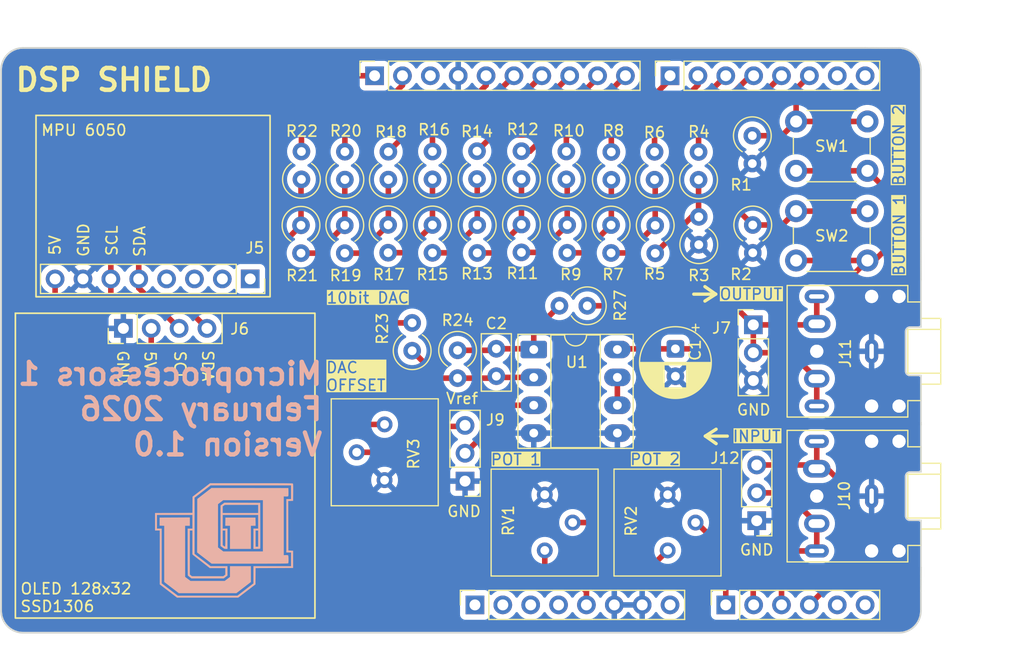
<source format=kicad_pcb>
(kicad_pcb (version 20241229) (generator "pcbnew") (generator_version "9.0")
  (title_block (date "mar. 31 mars 2015"))
  (layers (0 "F.Cu" signal) (2 "B.Cu" power) (13 "F.Paste" user) (15 "B.Paste" user) (5 "F.SilkS" user "F.Silkscreen") (7 "B.SilkS" user "B.Silkscreen") (1 "F.Mask" user) (3 "B.Mask" user) (25 "Edge.Cuts" user))
  (net 0 "")
  (net 1 "GND")
  (net 3 "+5V")
  (net 4 "/IOREF")
  (net 5 "/A0")
  (net 6 "/A1")
  (net 7 "/SDA{slash}A4")
  (net 8 "/SCL{slash}A5")
  (net 9 "/AREF")
  (net 10 "/TX{slash}1")
  (net 11 "/RX{slash}0")
  (net 12 "+3V3")
  (net 13 "VCC")
  (net 14 "/~{RESET}")
  (net 15 "/SCL")
  (net 16 "/SDA")
  (net 21 "/BT1")
  (net 22 "/BT2")
  (net 23 "Net-(C2-Pad2)")
  (net 24 "Net-(U1A--)")
  (net 25 "/D7")
  (net 26 "/D8")
  (net 27 "/D9")
  (net 28 "/D6")
  (net 29 "/D4")
  (net 30 "/D5")
  (net 31 "/IN_RIGHT")
  (net 32 "/IN_LEFT")
  (net 33 "/D3")
  (net 34 "/D2")
  (net 35 "/D0")
  (net 36 "/D1")
  (net 37 "/AUDIO_OUT")
  (net 38 "Net-(J9-Pin_3)")
  (net 39 "Net-(J9-Pin_2)")
  (net 40 "Net-(R3-Pad2)")
  (net 41 "Net-(R5-Pad1)")
  (net 42 "Net-(R7-Pad1)")
  (net 43 "Net-(R10-Pad1)")
  (net 44 "Net-(R11-Pad1)")
  (net 45 "Net-(R13-Pad1)")
  (net 46 "Net-(R15-Pad1)")
  (net 47 "Net-(R17-Pad1)")
  (net 48 "Net-(R19-Pad1)")
  (net 49 "Net-(R21-Pad1)")
  (net 50 "Net-(U1B--)")
  (footprint "Connector_PinSocket_2.54mm:PinSocket_1x08_P2.54mm_Vertical" (layer "F.Cu") (at 127.94 97.46 90)
    (property "Reference" "J1" (hide yes))
    (property "Value" "Power")
  )
  (footprint "Connector_PinSocket_2.54mm:PinSocket_1x06_P2.54mm_Vertical" (layer "F.Cu") (at 150.8 97.46 90)
    (property "Reference" "J3" (hide yes))
    (property "Value" "Analog")
  )
  (footprint "Connector_PinSocket_2.54mm:PinSocket_1x10_P2.54mm_Vertical" (layer "F.Cu") (at 118.796 49.2 90)
    (property "Reference" "J2" (hide yes))
    (property "Value" "Digital/PWM")
  )
  (footprint "Connector_PinSocket_2.54mm:PinSocket_1x08_P2.54mm_Vertical" (layer "F.Cu") (at 145.72 49.2 90)
    (property "Reference" "J4" (hide yes))
    (property "Value" "Digital/PWM")
  )
  (footprint "Resistor_THT:R_Axial_DIN0309_L9.0mm_D3.2mm_P2.54mm_Vertical" (layer "F.Cu") (at 136.35 62.81 -90)
    (property "Reference" "R9")
    (property "Value" "10k")
  )
  (footprint "Resistor_THT:R_Axial_DIN0309_L9.0mm_D3.2mm_P2.54mm_Vertical" (layer "F.Cu") (at 128.15 62.82 -90)
    (property "Reference" "R13")
    (property "Value" "10k")
  )
  (footprint "Resistor_THT:R_Axial_DIN0309_L9.0mm_D3.2mm_P2.54mm_Vertical" (layer "F.Cu") (at 128.13 58.62 90)
    (property "Reference" "R14")
    (property "Value" "20k")
  )
  (footprint "Resistor_THT:R_Axial_DIN0309_L9.0mm_D3.2mm_P2.54mm_Vertical" (layer "F.Cu") (at 120.05 58.67 90)
    (property "Reference" "R18")
    (property "Value" "20k")
  )
  (footprint "Resistor_THT:R_Axial_DIN0309_L9.0mm_D3.2mm_P2.54mm_Vertical" (layer "F.Cu") (at 148.32 58.69 90)
    (property "Reference" "R4")
    (property "Value" "20k")
  )
  (footprint "Resistor_THT:R_Axial_DIN0309_L9.0mm_D3.2mm_P2.54mm_Vertical" (layer "F.Cu") (at 124.07 62.81 -90)
    (property "Reference" "R15")
    (property "Value" "10k")
  )
  (footprint "Resistor_THT:R_Axial_DIN0309_L9.0mm_D3.2mm_P2.54mm_Vertical" (layer "F.Cu") (at 116.08 62.84 -90)
    (property "Reference" "R19")
    (property "Value" "10k")
  )
  (footprint "Capacitor_THT:C_Disc_D5.0mm_W2.5mm_P2.50mm" (layer "F.Cu") (at 129.89 76.6 90)
    (property "Reference" "C2")
    (property "Value" "100pF")
  )
  (footprint "Resistor_THT:R_Axial_DIN0309_L9.0mm_D3.2mm_P2.54mm_Vertical" (layer "F.Cu") (at 140.35 62.82 -90)
    (property "Reference" "R7")
    (property "Value" "10k")
  )
  (footprint "Resistor_THT:R_Axial_DIN0309_L9.0mm_D3.2mm_P2.54mm_Vertical" (layer "F.Cu") (at 112.09 62.84 -90)
    (property "Reference" "R21")
    (property "Value" "10k")
  )
  (footprint "Button_Switch_THT:SW_PUSH_6mm" (layer "F.Cu") (at 163.71 66.05 180)
    (property "Reference" "SW2")
    (property "Value" "BT_2")
  )
  (footprint "Resistor_THT:R_Axial_DIN0309_L9.0mm_D3.2mm_P2.54mm_Vertical" (layer "F.Cu") (at 116.09 58.67 90)
    (property "Reference" "R20")
    (property "Value" "20k")
  )
  (footprint "Resistor_THT:R_Axial_DIN0309_L9.0mm_D3.2mm_P2.54mm_Vertical" (layer "F.Cu") (at 144.31 58.68 90)
    (property "Reference" "R6")
    (property "Value" "20k")
  )
  (footprint "Connector_PinHeader_2.54mm:PinHeader_1x03_P2.54mm_Vertical" (layer "F.Cu") (at 153.31 71.92)
    (property "Reference" "J7")
    (property "Value" "AUDIO_OUT")
  )
  (footprint "Resistor_THT:R_Axial_DIN0309_L9.0mm_D3.2mm_P2.54mm_Vertical" (layer "F.Cu") (at 136.27 58.65 90)
    (property "Reference" "R10")
    (property "Value" "20k")
  )
  (footprint "Connector_PinSocket_2.54mm:PinSocket_1x08_P2.54mm_Vertical" (layer "F.Cu") (at 107.46 67.73 -90)
    (property "Reference" "J5")
    (property "Value" "IMU_CONN")
  )
  (footprint "Connector_Audio:Jack_3.5mm_CUI_SJ1-3525N_Horizontal" (layer "F.Cu") (at 164.09 74.33 90)
    (property "Reference" "J11")
    (property "Value" "AudioJack5")
    (fp_line (start 1.8 3.1) (end -1.8 3.1) (stroke (width 0.12)) (layer "Edge.Cuts"))
    (fp_line (start 2.2 3.5) (end 2.2 4.5) (stroke (width 0.12)) (layer "Edge.Cuts"))
    (fp_line (start -2.2 3.5) (end -2.2 4.5) (stroke (width 0.12)) (layer "Edge.Cuts"))
    (fp_line (start 2.2 4.5) (end 6.5 4.5) (stroke (width 0.12)) (layer "Edge.Cuts"))
    (fp_line (start -2.2 4.5) (end -6.5 4.5) (stroke (width 0.12)) (layer "Edge.Cuts"))
    (fp_arc (start 1.8 3.1) (mid 2.082843 3.217157) (end 2.2 3.5) (stroke (width 0.12)) (layer "Edge.Cuts"))
    (fp_arc (start -2.2 3.5) (mid -2.082842 3.217158) (end -1.8 3.1) (stroke (width 0.12)) (layer "Edge.Cuts"))
  )
  (footprint "Resistor_THT:R_Axial_DIN0309_L9.0mm_D3.2mm_P2.54mm_Vertical" (layer "F.Cu") (at 144.37 62.85 -90)
    (property "Reference" "R5")
    (property "Value" "10k")
  )
  (footprint "Capacitor_THT:CP_Radial_D6.3mm_P2.50mm" (layer "F.Cu") (at 146.21 74.10762 -90)
    (property "Reference" "C1")
    (property "Value" "47uF")
  )
  (footprint "Resistor_THT:R_Axial_DIN0309_L9.0mm_D3.2mm_P2.54mm_Vertical" (layer "F.Cu") (at 126.36 74.24 -90)
    (property "Reference" "R24")
    (property "Value" "20k")
  )
  (footprint "Resistor_THT:R_Axial_DIN0309_L9.0mm_D3.2mm_P2.54mm_Vertical" (layer "F.Cu") (at 132.18 58.62 90)
    (property "Reference" "R12")
    (property "Value" "20k")
  )
  (footprint "Button_Switch_THT:SW_PUSH_6mm" (layer "F.Cu") (at 163.71 57.87 180)
    (property "Reference" "SW1")
    (property "Value" "BT_1")
  )
  (footprint "Resistor_THT:R_Axial_DIN0309_L9.0mm_D3.2mm_P2.54mm_Vertical" (layer "F.Cu") (at 132.18 62.77 -90)
    (property "Reference" "R11")
    (property "Value" "10k")
  )
  (footprint "Resistor_THT:R_Axial_DIN0309_L9.0mm_D3.2mm_P2.54mm_Vertical" (layer "F.Cu") (at 112.13 58.65 90)
    (property "Reference" "R22")
    (property "Value" "20k")
  )
  (footprint "Connector_PinHeader_2.54mm:PinHeader_1x03_P2.54mm_Vertical" (layer "F.Cu") (at 153.62 89.78 180)
    (property "Reference" "J12")
    (property "Value" "AUDIO_IN")
  )
  (footprint "Resistor_THT:R_Axial_DIN0309_L9.0mm_D3.2mm_P2.54mm_Vertical" (layer "F.Cu") (at 153.22 54.67 -90)
    (property "Reference" "R1")
    (property "Value" "100k")
  )
  (footprint "Resistor_THT:R_Axial_DIN0309_L9.0mm_D3.2mm_P2.54mm_Vertical" (layer "F.Cu") (at 138.18 70.18 180)
    (property "Reference" "R27")
    (property "Value" "100")
  )
  (footprint "Resistor_THT:R_Axial_DIN0309_L9.0mm_D3.2mm_P2.54mm_Vertical" (layer "F.Cu") (at 120.03 62.8 -90)
    (property "Reference" "R17")
    (property "Value" "10k")
  )
  (footprint "Resistor_THT:R_Axial_DIN0309_L9.0mm_D3.2mm_P2.54mm_Vertical" (layer "F.Cu") (at 124.07 58.65 90)
    (property "Reference" "R16")
    (property "Value" "20k")
  )
  (footprint "Potentiometer_THT:Potentiometer_Bourns_3386P_Vertical" (layer "F.Cu") (at 134.305 92.49)
    (property "Reference" "RV1")
    (property "Value" "100k")
  )
  (footprint "Resistor_THT:R_Axial_DIN0309_L9.0mm_D3.2mm_P2.54mm_Vertical" (layer "F.Cu") (at 153.26 62.81 -90)
    (property "Reference" "R2")
    (property "Value" "100k")
  )
  (footprint "Package_DIP:DIP-8_W7.62mm_Socket_LongPads" (layer "F.Cu") (at 133.3 74.17)
    (property "Reference" "U1")
    (property "Value" "MCP6002-xP")
  )
  (footprint "Connector_PinHeader_2.54mm:PinHeader_1x03_P2.54mm_Vertical" (layer "F.Cu") (at 127.04 86.17 180)
    (property "Reference" "J9")
    (property "Value" "JUMPER")
  )
  (footprint "Resistor_THT:R_Axial_DIN0309_L9.0mm_D3.2mm_P2.54mm_Vertical" (layer "F.Cu") (at 148.34 64.61 90)
    (property "Reference" "R3")
    (property "Value" "20k")
  )
  (footprint "Connector_Audio:Jack_3.5mm_CUI_SJ1-3525N_Horizontal" (layer "F.Cu") (at 164.09 87.54 90)
    (property "Reference" "J10")
    (property "Value" "AudioJack5")
    (fp_line (start 1.8 3.1) (end -1.8 3.1) (stroke (width 0.12)) (layer "Edge.Cuts"))
    (fp_line (start 2.2 3.5) (end 2.2 4.5) (stroke (width 0.12)) (layer "Edge.Cuts"))
    (fp_line (start -2.2 3.5) (end -2.2 4.5) (stroke (width 0.12)) (layer "Edge.Cuts"))
    (fp_line (start 2.2 4.5) (end 6.5 4.5) (stroke (width 0.12)) (layer "Edge.Cuts"))
    (fp_line (start -2.2 4.5) (end -6.5 4.5) (stroke (width 0.12)) (layer "Edge.Cuts"))
    (fp_arc (start 1.8 3.1) (mid 2.082843 3.217157) (end 2.2 3.5) (stroke (width 0.12)) (layer "Edge.Cuts"))
    (fp_arc (start -2.2 3.5) (mid -2.082842 3.217158) (end -1.8 3.1) (stroke (width 0.12)) (layer "Edge.Cuts"))
  )
  (footprint "Potentiometer_THT:Potentiometer_Bourns_3386P_Vertical" (layer "F.Cu") (at 119.705 81 180)
    (property "Reference" "RV3")
    (property "Value" "100k")
  )
  (footprint "Potentiometer_THT:Potentiometer_Bourns_3386P_Vertical" (layer "F.Cu") (at 145.505 92.49)
    (property "Reference" "RV2")
    (property "Value" "100k")
  )
  (footprint "Resistor_THT:R_Axial_DIN0309_L9.0mm_D3.2mm_P2.54mm_Vertical" (layer "F.Cu") (at 140.37 58.69 90)
    (property "Reference" "R8")
    (property "Value" "20k")
  )
  (footprint "Connector_PinHeader_2.54mm:PinHeader_1x04_P2.54mm_Vertical" (layer "F.Cu") (at 95.9 72.24 90)
    (property "Reference" "J6")
    (property "Value" "SCREEN_CONN")
  )
  (footprint "Resistor_THT:R_Axial_DIN0309_L9.0mm_D3.2mm_P2.54mm_Vertical" (layer "F.Cu") (at 122.22 74.28 90)
    (property "Reference" "R23")
    (property "Value" "20k")
  )
  (footprint "LOGO" (layer "B.Cu") (at 105.09 91.62 180)
    (property "Reference" "G***" (hide yes))
    (property "Value" "LOGO" (hide yes))
  )
  (gr_line (start 148.938509 82.065) (end 149.921491 82.753292) (stroke (width 0.3)) (layer "F.SilkS"))
  (gr_rect (start 86.06 70.86) (end 113.36 98.66) (stroke (width 0.15)) (fill no) (layer "F.SilkS"))
  (gr_line (start 149.881491 69.12) (end 148.898509 68.431708) (stroke (width 0.3)) (layer "F.SilkS"))
  (gr_line (start 147.881491 69.12) (end 149.881491 69.12) (stroke (width 0.3)) (layer "F.SilkS"))
  (gr_line (start 149.921491 81.435) (end 148.938509 82.065) (stroke (width 0.3)) (layer "F.SilkS"))
  (gr_line (start 150.938509 82.065) (end 148.938509 82.065) (stroke (width 0.3)) (layer "F.SilkS"))
  (gr_line (start 148.898509 69.75) (end 149.881491 69.12) (stroke (width 0.3)) (layer "F.SilkS"))
  (gr_rect (start 87.94 52.82) (end 109.27 69.36) (stroke (width 0.15)) (fill no) (layer "F.SilkS"))
  (gr_line (start 100.762 46.66) (end 86.762 46.66) (stroke (width 0.15)) (layer "Edge.Cuts"))
  (gr_arc (start 84.762 48.66) (mid 85.347786 47.245786) (end 86.762 46.66) (stroke (width 0.15)) (layer "Edge.Cuts"))
  (gr_line (start 163.5 46.66) (end 166.58 46.67) (stroke (width 0.15)) (layer "Edge.Cuts"))
  (gr_line (start 168.58 96.19) (end 168.59 94.04) (stroke (width 0.15)) (layer "Edge.Cuts"))
  (gr_arc (start 166.58 46.67) (mid 167.994214 47.255786) (end 168.58 48.67) (stroke (width 0.15)) (layer "Edge.Cuts"))
  (gr_line (start 165.278 100) (end 100.762 100) (stroke (width 0.15)) (layer "Edge.Cuts"))
  (gr_arc (start 86.762 100) (mid 85.347786 99.414214) (end 84.762 98) (stroke (width 0.15)) (layer "Edge.Cuts"))
  (gr_line (start 165.278 100) (end 166.58 100) (stroke (width 0.15)) (layer "Edge.Cuts"))
  (gr_line (start 100.762 46.66) (end 163.5 46.66) (stroke (width 0.15)) (layer "Edge.Cuts"))
  (gr_line (start 168.58 96.19) (end 168.58 98) (stroke (width 0.15)) (layer "Edge.Cuts"))
  (gr_line (start 168.58 61.9) (end 168.58 48.67) (stroke (width 0.15)) (layer "Edge.Cuts"))
  (gr_arc (start 168.58 98) (mid 167.994214 99.414214) (end 166.58 100) (stroke (width 0.15)) (layer "Edge.Cuts"))
  (gr_line (start 168.59 67.83) (end 168.58 61.9) (stroke (width 0.15)) (layer "Edge.Cuts"))
  (gr_line (start 100.762 100) (end 86.762 100) (stroke (width 0.15)) (layer "Edge.Cuts"))
  (gr_line (start 168.59 80.83) (end 168.59 81.04) (stroke (width 0.15)) (layer "Edge.Cuts"))
  (gr_line (start 84.762 98) (end 84.762 48.66) (stroke (width 0.15)) (layer "Edge.Cuts"))
  (gr_text "MPU 6050" (at 88.33 54.75 0) (layer "F.SilkS") (effects (font (size 1 1)) (justify left bottom)))
  (gr_text "SDA" (at 103.59 75.66 270) (layer "F.SilkS") (effects (font (size 1 1))))
  (gr_text "DSP SHIELD" (at 85.87 50.75 0) (layer "F.SilkS") (effects (font (size 2 2) (thickness 0.4) (bold yes)) (justify left bottom)))
  (gr_text "10bit DAC" (at 118.18 69.46 0) (layer "F.SilkS" knockout) (effects (font (size 1 1))))
  (gr_text "GND" (at 153.35 79.67 0) (layer "F.SilkS") (effects (font (size 1 1))))
  (gr_text "GND" (at 92.27 64.18 90) (layer "F.SilkS") (effects (font (size 1 1))))
  (gr_text "GND" (at 95.85 75.79 270) (layer "F.SilkS") (effects (font (size 1 1))))
  (gr_text "INPUT" (at 153.62 82.08 0) (layer "F.SilkS" knockout) (effects (font (size 1 1))))
  (gr_text "POT 1" (at 131.66 84.21 0) (layer "F.SilkS" knockout) (effects (font (size 1 1))))
  (gr_text "GND" (at 153.62 92.44 0) (layer "F.SilkS") (effects (font (size 1 1))))
  (gr_text "5V" (at 98.34 75.23 270) (layer "F.SilkS") (effects (font (size 1 1))))
  (gr_text "Vref" (at 126.77 78.63 0) (layer "F.SilkS") (effects (font (size 1 1))))
  (gr_text "5V" (at 89.67 64.65 90) (layer "F.SilkS") (effects (font (size 1 1))))
  (gr_text "OLED 128x32\nSSD1306" (at 86.44 98.18 0) (layer "F.SilkS") (effects (font (size 1 1)) (justify left bottom)))
  (gr_text "SCL" (at 101.06 75.68 270) (layer "F.SilkS") (effects (font (size 1 1))))
  (gr_text "OUTPUT" (at 153.09 69.13 0) (layer "F.SilkS" knockout) (effects (font (size 1 1))))
  (gr_text "SDA" (at 97.39 64.31 90) (layer "F.SilkS") (effects (font (size 1 1))))
  (gr_text "DAC\nOFFSET" (at 114.3 76.62 0) (layer "F.SilkS" knockout) (effects (font (size 1 1)) (justify left)))
  (gr_text "BUTTON 1" (at 166.6 63.76 90) (layer "F.SilkS" knockout) (effects (font (size 1 1))))
  (gr_text "BUTTON 2" (at 166.56 55.54 90) (layer "F.SilkS" knockout) (effects (font (size 1 1))))
  (gr_text "POT 2" (at 144.36 84.19 0) (layer "F.SilkS" knockout) (effects (font (size 1 1))))
  (gr_text "GND" (at 126.95 88.93 0) (layer "F.SilkS") (effects (font (size 1 1))))
  (gr_text "SCL" (at 94.86 64.24 90) (layer "F.SilkS") (effects (font (size 1 1))))
  (gr_text "Microprocessors 1\nFebruary 2026\nVersion 1.0" (at 114.23 84 0) (layer "B.SilkS") (effects (font (size 2 2) (thickness 0.4) (bold yes)) (justify left bottom mirror)))
  (segment (start 138.1 97.46) (end 138.1 96.24) (width 0.508) (layer "F.Cu") (net 3))
  (segment (start 157.21 57.87) (end 163.71 57.87) (width 0.508) (layer "F.Cu") (net 3))
  (segment (start 165.9 64.51) (end 165.9 60.06) (width 0.508) (layer "F.Cu") (net 3))
  (segment (start 150.23 79.97) (end 150.23 84.61) (width 0.508) (layer "F.Cu") (net 3))
  (segment (start 161.99 80.01) (end 161.99 79.77) (width 0.508) (layer "F.Cu") (net 3))
  (segment (start 114.68 81.77) (end 114.68 94.53) (width 0.508) (layer "F.Cu") (net 3))
  (segment (start 146.21 74.10762) (end 149.44762 74.10762) (width 0.508) (layer "F.Cu") (net 3))
  (segment (start 142.335 95.66) (end 145.505 92.49) (width 0.508) (layer "F.Cu") (net 3))
  (segment (start 98.44 72.24) (end 98.44 93.18) (width 0.508) (layer "F.Cu") (net 3))
  (segment (start 140.98238 74.10762) (end 146.21 74.10762) (width 0.508) (layer "F.Cu") (net 3))
  (segment (start 89.68 93.8) (end 90.51 94.63) (width 0.508) (layer "F.Cu") (net 3))
  (segment (start 151.12 80.86) (end 161.14 80.86) (width 0.508) (layer "F.Cu") (net 3))
  (segment (start 131.89 86.59) (end 131.89 94.48) (width 0.508) (layer "F.Cu") (net 3))
  (segment (start 101.73 95.66) (end 91.54 95.66) (width 0.508) (layer "F.Cu") (net 3))
  (segment (start 163.71 66.05) (end 164.36 66.05) (width 0.508) (layer "F.Cu") (net 3))
  (segment (start 98.44 93.18) (end 100.92 95.66) (width 0.508) (layer "F.Cu") (net 3))
  (segment (start 164.36 66.05) (end 165.9 64.51) (width 0.508) (layer "F.Cu") (net 3))
  (segment (start 137.52 95.66) (end 133.14 95.66) (width 0.508) (layer "F.Cu") (net 3))
  (segment (start 165.9 60.06) (end 163.71 57.87) (width 0.508) (layer "F.Cu") (net 3))
  (segment (start 157.21 66.05) (end 163.71 66.05) (width 0.508) (layer "F.Cu") (net 3))
  (segment (start 100.92 95.66) (end 101.73 95.66) (width 0.508) (layer "F.Cu") (net 3))
  (segment (start 115.45 81) (end 114.68 81.77) (width 0.508) (layer "F.Cu") (net 3))
  (segment (start 150.23 79.97) (end 151.12 80.86) (width 0.508) (layer "F.Cu") (net 3))
  (segment (start 133.14 95.66) (end 130.71 95.66) (width 0.508) (layer "F.Cu") (net 3))
  (segment (start 114.68 94.53) (end 113.55 95.66) (width 0.508) (layer "F.Cu") (net 3))
  (segment (start 134.305 92.49) (end 134.305 94.495) (width 0.508) (layer "F.Cu") (net 3))
  (segment (start 137.52 95.66) (end 139.15 95.66) (width 0.508) (layer "F.Cu") (net 3))
  (segment (start 132.88 85.6) (end 131.89 86.59) (width 0.508) (layer "F.Cu") (net 3))
  (segment (start 161.14 80.86) (end 161.99 80.01) (width 0.508) (layer "F.Cu") (net 3))
  (segment (start 114.09 95.66) (end 113.55 95.66) (width 0.508) (layer "F.Cu") (net 3))
  (segment (start 161.99 67.77) (end 163.71 66.05) (width 0.508) (layer "F.Cu") (net 3))
  (segment (start 134.305 94.495) (end 133.14 95.66) (width 0.508) (layer "F.Cu") (net 3))
  (segment (start 139.15 95.66) (end 142.335 95.66) (width 0.508) (layer "F.Cu") (net 3))
  (segment (start 150.23 84.61) (end 149.24 85.6) (width 0.508) (layer "F.Cu") (net 3))
  (segment (start 150.23 79.97) (end 150.23 74.89) (width 0.508) (layer "F.Cu") (net 3))
  (segment (start 150.23 74.89) (end 149.44762 74.10762) (width 0.508) (layer "F.Cu") (net 3))
  (segment (start 140.92 74.17) (end 140.98238 74.10762) (width 0.508) (layer "F.Cu") (net 3))
  (segment (start 130.71 95.66) (end 113.55 95.66) (width 0.508) (layer "F.Cu") (net 3))
  (segment (start 131.89 94.48) (end 130.71 95.66) (width 0.508) (layer "F.Cu") (net 3))
  (segment (start 161.99 79.77) (end 161.99 67.77) (width 0.508) (layer "F.Cu") (net 3))
  (segment (start 113.55 95.66) (end 101.73 95.66) (width 0.508) (layer "F.Cu") (net 3))
  (segment (start 119.705 81) (end 115.45 81) (width 0.508) (layer "F.Cu") (net 3))
  (segment (start 91.54 95.66) (end 90.51 94.63) (width 0.508) (layer "F.Cu") (net 3))
  (segment (start 149.24 85.6) (end 132.88 85.6) (width 0.508) (layer "F.Cu") (net 3))
  (segment (start 89.68 67.73) (end 89.68 93.8) (width 0.508) (layer "F.Cu") (net 3))
  (segment (start 138.1 96.24) (end 137.52 95.66) (width 0.508) (layer "F.Cu") (net 3))
  (segment (start 145.44 89.95) (end 150.8 95.31) (width 0.508) (layer "F.Cu") (net 5))
  (segment (start 136.845 89.95) (end 145.44 89.95) (width 0.508) (layer "F.Cu") (net 5))
  (segment (start 150.8 95.31) (end 150.8 97.46) (width 0.508) (layer "F.Cu") (net 5))
  (segment (start 148.045 89.95) (end 148.14 89.95) (width 0.508) (layer "F.Cu") (net 6))
  (segment (start 153.3 95.11) (end 153.3 97.42) (width 0.508) (layer "F.Cu") (net 6))
  (segment (start 153.3 97.42) (end 153.34 97.46) (width 0.508) (layer "F.Cu") (net 6))
  (segment (start 148.14 89.95) (end 153.3 95.11) (width 0.508) (layer "F.Cu") (net 6))
  (segment (start 94.76 67.73) (end 94.76 69.5) (width 0.508) (layer "F.Cu") (net 15))
  (segment (start 99.24 70.5) (end 100.98 72.24) (width 0.508) (layer "F.Cu") (net 15))
  (segment (start 95.91 49.2) (end 94.76 50.35) (width 0.508) (layer "F.Cu") (net 15))
  (segment (start 94.76 50.35) (end 94.76 67.73) (width 0.508) (layer "F.Cu") (net 15))
  (segment (start 118.796 49.2) (end 95.91 49.2) (width 0.508) (layer "F.Cu") (net 15))
  (segment (start 94.76 69.5) (end 95.76 70.5) (width 0.508) (layer "F.Cu") (net 15))
  (segment (start 95.76 70.5) (end 99.24 70.5) (width 0.508) (layer "F.Cu") (net 15))
  (segment (start 97.3 67.73) (end 97.3 68.56) (width 0.508) (layer "F.Cu") (net 16))
  (segment (start 98.24 50.83) (end 97.3 51.77) (width 0.508) (layer "F.Cu") (net 16))
  (segment (start 97.3 68.56) (end 98.28 69.54) (width 0.508) (layer "F.Cu") (net 16))
  (segment (start 100.82 69.54) (end 103.52 72.24) (width 0.508) (layer "F.Cu") (net 16))
  (segment (start 121.336 50.064) (end 120.57 50.83) (width 0.508) (layer "F.Cu") (net 16))
  (segment (start 97.3 51.77) (end 97.3 67.73) (width 0.508) (layer "F.Cu") (net 16))
  (segment (start 121.336 49.2) (end 121.336 50.064) (width 0.508) (layer "F.Cu") (net 16))
  (segment (start 120.57 50.83) (end 98.24 50.83) (width 0.508) (layer "F.Cu") (net 16))
  (segment (start 98.28 69.54) (end 100.82 69.54) (width 0.508) (layer "F.Cu") (net 16))
  (segment (start 155.91 54.67) (end 157.21 53.37) (width 0.508) (layer "F.Cu") (net 21))
  (segment (start 153.22 54.67) (end 155.91 54.67) (width 0.508) (layer "F.Cu") (net 21))
  (segment (start 157.21 53.37) (end 157.21 50.41) (width 0.508) (layer "F.Cu") (net 21))
  (segment (start 157.21 50.41) (end 158.42 49.2) (width 0.508) (layer "F.Cu") (net 21))
  (segment (start 163.71 53.37) (end 157.21 53.37) (width 0.508) (layer "F.Cu") (net 21))
  (segment (start 155.95 62.81) (end 157.21 61.55) (width 0.508) (layer "F.Cu") (net 22))
  (segment (start 157.21 61.55) (end 163.71 61.55) (width 0.508) (layer "F.Cu") (net 22))
  (segment (start 150.93 53.29) (end 152.115 52.105) (width 0.508) (layer "F.Cu") (net 22))
  (segment (start 152.975 52.105) (end 152.115 52.105) (width 0.508) (layer "F.Cu") (net 22))
  (segment (start 150.93 60.48) (end 153.26 62.81) (width 0.508) (layer "F.Cu") (net 22))
  (segment (start 153.26 62.81) (end 155.95 62.81) (width 0.508) (layer "F.Cu") (net 22))
  (segment (start 155.88 49.2) (end 152.975 52.105) (width 0.508) (layer "F.Cu") (net 22))
  (segment (start 150.93 53.29) (end 150.93 60.48) (width 0.508) (layer "F.Cu") (net 22))
  (segment (start 126.36 74.24) (end 129.75 74.24) (width 0.508) (layer "F.Cu") (net 23))
  (segment (start 133.3 74.17) (end 133.3 72.52) (width 0.508) (layer "F.Cu") (net 23))
  (segment (start 133.3 72.52) (end 135.64 70.18) (width 0.508) (layer "F.Cu") (net 23))
  (segment (start 133.23 74.1) (end 133.3 74.17) (width 0.508) (layer "F.Cu") (net 23))
  (segment (start 129.75 74.24) (end 129.89 74.1) (width 0.508) (layer "F.Cu") (net 23))
  (segment (start 129.89 74.1) (end 133.23 74.1) (width 0.508) (layer "F.Cu") (net 23))
  (segment (start 129.71 76.78) (end 129.89 76.6) (width 0.508) (layer "F.Cu") (net 24))
  (segment (start 126.36 76.78) (end 129.71 76.78) (width 0.508) (layer "F.Cu") (net 24))
  (segment (start 122.22 74.28) (end 124.72 76.78) (width 0.508) (layer "F.Cu") (net 24))
  (segment (start 124.72 76.78) (end 126.36 76.78) (width 0.508) (layer "F.Cu") (net 24))
  (segment (start 133.3 76.71) (end 130 76.71) (width 0.508) (layer "F.Cu") (net 24))
  (segment (start 130 76.71) (end 129.89 76.6) (width 0.508) (layer "F.Cu") (net 24))
  (segment (start 130.366 52.87) (end 134.036 49.2) (width 0.508) (layer "F.Cu") (net 25))
  (segment (start 120.05 56.13) (end 123.31 52.87) (width 0.508) (layer "F.Cu") (net 25))
  (segment (start 123.31 52.87) (end 130.366 52.87) (width 0.508) (layer "F.Cu") (net 25))
  (segment (start 122.52 51.99) (end 121.78 52.73) (width 0.508) (layer "F.Cu") (net 26))
  (segment (start 116.09 56.13) (end 116.09 53.85) (width 0.508) (layer "F.Cu") (net 26))
  (segment (start 117.21 52.73) (end 121.78 52.73) (width 0.508) (layer "F.Cu") (net 26))
  (segment (start 116.09 53.85) (end 117.21 52.73) (width 0.508) (layer "F.Cu") (net 26))
  (segment (start 128.706 51.99) (end 122.52 51.99) (width 0.508) (layer "F.Cu") (net 26))
  (segment (start 128.706 51.99) (end 131.496 49.2) (width 0.508) (layer "F.Cu") (net 26))
  (segment (start 113.23 51.84) (end 121.11 51.84) (width 0.508) (layer "F.Cu") (net 27))
  (segment (start 121.11 51.84) (end 122.05 50.9) (width 0.508) (layer "F.Cu") (net 27))
  (segment (start 112.13 52.94) (end 113.23 51.84) (width 0.508) (layer "F.Cu") (net 27))
  (segment (start 122.05 50.9) (end 128.13 50.9) (width 0.508) (layer "F.Cu") (net 27))
  (segment (start 128.13 50.9) (end 128.956 50.074) (width 0.508) (layer "F.Cu") (net 27))
  (segment (start 128.956 50.074) (end 128.956 49.2) (width 0.508) (layer "F.Cu") (net 27))
  (segment (start 112.13 56.11) (end 112.13 52.94) (width 0.508) (layer "F.Cu") (net 27))
  (segment (start 132.056 53.72) (end 136.576 49.2) (width 0.508) (layer "F.Cu") (net 28))
  (segment (start 124.95 53.72) (end 132.056 53.72) (width 0.508) (layer "F.Cu") (net 28))
  (segment (start 124.07 54.6) (end 124.95 53.72) (width 0.508) (layer "F.Cu") (net 28))
  (segment (start 124.07 56.11) (end 124.07 54.6) (width 0.508) (layer "F.Cu") (net 28))
  (segment (start 137.03 52.01) (end 138.846 52.01) (width 0.508) (layer "F.Cu") (net 29))
  (segment (start 138.846 52.01) (end 141.656 49.2) (width 0.508) (layer "F.Cu") (net 29))
  (segment (start 132.96 56.08) (end 137.03 52.01) (width 0.508) (layer "F.Cu") (net 29))
  (segment (start 132.18 56.08) (end 132.96 56.08) (width 0.508) (layer "F.Cu") (net 29))
  (segment (start 137.51 50.99) (end 139.116 49.384) (width 0.508) (layer "F.Cu") (net 30))
  (segment (start 128.13 56.08) (end 129.61 54.6) (width 0.508) (layer "F.Cu") (net 30))
  (segment (start 129.61 54.6) (end 132.78 54.6) (width 0.508) (layer "F.Cu") (net 30))
  (segment (start 136.39 50.99) (end 137.51 50.99) (width 0.508) (layer "F.Cu") (net 30))
  (segment (start 132.78 54.6) (end 136.39 50.99) (width 0.508) (layer "F.Cu") (net 30))
  (segment (start 139.116 49.384) (end 139.116 49.2) (width 0.508) (layer "F.Cu") (net 30))
  (segment (start 157.24 92.54) (end 155.88 93.9) (width 0.508) (layer "F.Cu") (net 31))
  (segment (start 159.09 92.54) (end 157.24 92.54) (width 0.508) (layer "F.Cu") (net 31))
  (segment (start 159.09 90.04) (end 159.09 92.54) (width 0.508) (layer "F.Cu") (net 31))
  (segment (start 155.88 93.9) (end 155.88 97.46) (width 0.508) (layer "F.Cu") (net 31))
  (segment (start 156.29 87.24) (end 159.09 90.04) (width 0.508) (layer "F.Cu") (net 31))
  (segment (start 153.62 87.24) (end 156.29 87.24) (width 0.508) (layer "F.Cu") (net 31))
  (segment (start 159.09 85.04) (end 160.05 85.04) (width 0.508) (layer "F.Cu") (net 32))
  (segment (start 159.09 82.54) (end 159.09 85.04) (width 0.508) (layer "F.Cu") (net 32))
  (segment (start 161.66 94.22) (end 158.42 97.46) (width 0.508) (layer "F.Cu") (net 32))
  (segment (start 153.62 84.7) (end 158.75 84.7) (width 0.508) (layer "F.Cu") (net 32))
  (segment (start 158.75 84.7) (end 159.09 85.04) (width 0.508) (layer "F.Cu") (net 32))
  (segment (start 160.05 85.04) (end 161.66 86.65) (width 0.508) (layer "F.Cu") (net 32))
  (segment (start 161.66 86.65) (end 161.66 94.22) (width 0.508) (layer "F.Cu") (net 32))
  (segment (start 137.92 53.16) (end 139.97 53.16) (width 0.508) (layer "F.Cu") (net 33))
  (segment (start 142.09 51.1) (end 144.16 51.1) (width 0.508) (layer "F.Cu") (net 33))
  (segment (start 136.27 54.81) (end 137.92 53.16) (width 0.508) (layer "F.Cu") (net 33))
  (segment (start 139.97 53.16) (end 142.06 51.07) (width 0.508) (layer "F.Cu") (net 33))
  (segment (start 144.16 51.1) (end 145.72 49.54) (width 0.508) (layer "F.Cu") (net 33))
  (segment (start 145.72 49.54) (end 145.72 49.2) (width 0.508) (layer "F.Cu") (net 33))
  (segment (start 136.27 56.11) (end 136.27 54.81) (width 0.508) (layer "F.Cu") (net 33))
  (segment (start 142.06 51.07) (end 142.09 51.1) (width 0.508) (layer "F.Cu") (net 33))
  (segment (start 141.25 53.82) (end 142.75 52.32) (width 0.508) (layer "F.Cu") (net 34))
  (segment (start 142.75 52.32) (end 144.07 52.32) (width 0.508) (layer "F.Cu") (net 34))
  (segment (start 148.26 49.2) (end 148.26 50.05) (width 0.508) (layer "F.Cu") (net 34))
  (segment (start 140.37 54.7) (end 141.25 53.82) (width 0.508) (layer "F.Cu") (net 34))
  (segment (start 140.37 56.15) (end 140.37 54.7) (width 0.508) (layer "F.Cu") (net 34))
  (segment (start 144.07 52.32) (end 145.99 52.32) (width 0.508) (layer "F.Cu") (net 34))
  (segment (start 148.26 50.05) (end 145.99 52.32) (width 0.508) (layer "F.Cu") (net 34))
  (segment (start 148.32 53.92) (end 150.75 51.49) (width 0.508) (layer "F.Cu") (net 35))
  (segment (start 153.04 49.2) (end 151.15 51.09) (width 0.508) (layer "F.Cu") (net 35))
  (segment (start 150.75 51.49) (end 151.15 51.09) (width 0.508) (layer "F.Cu") (net 35))
  (segment (start 153.34 49.2) (end 153.04 49.2) (width 0.508) (layer "F.Cu") (net 35))
  (segment (start 148.32 56.15) (end 148.32 53.92) (width 0.508) (layer "F.Cu") (net 35))
  (segment (start 146.75 53.25) (end 150.8 49.2) (width 0.508) (layer "F.Cu") (net 36))
  (segment (start 145.74 53.31) (end 146.75 53.31) (width 0.508) (layer "F.Cu") (net 36))
  (segment (start 144.31 56.14) (end 144.31 54.74) (width 0.508) (layer "F.Cu") (net 36))
  (segment (start 146.75 53.31) (end 146.75 53.25) (width 0.508) (layer "F.Cu") (net 36))
  (segment (start 144.31 54.74) (end 145.74 53.31) (width 0.508) (layer "F.Cu") (net 36))
  (segment (start 159 71.92) (end 159.09 71.83) (width 0.508) (layer "F.Cu") (net 37))
  (segment (start 156.72 74.46) (end 159.09 76.83) (width 0.508) (layer "F.Cu") (net 37))
  (segment (start 138.18 70.18) (end 151.57 70.18) (width 0.508) (layer "F.Cu") (net 37))
  (segment (start 153.31 71.92) (end 159 71.92) (width 0.508) (layer "F.Cu") (net 37))
  (segment (start 153.31 71.92) (end 153.31 74.46) (width 0.508) (layer "F.Cu") (net 37))
  (segment (start 153.31 74.46) (end 156.72 74.46) (width 0.508) (layer "F.Cu") (net 37))
  (segment (start 159.09 76.83) (end 159.09 79.33) (width 0.508) (layer "F.Cu") (net 37))
  (segment (start 151.57 70.18) (end 153.31 71.92) (width 0.508) (layer "F.Cu") (net 37))
  (segment (start 159.09 69.33) (end 159.09 71.83) (width 0.508) (layer "F.Cu") (net 37))
  (segment (start 126.95 81.18) (end 127.04 81.09) (width 0.508) (layer "F.Cu") (net 38))
  (segment (start 123.58 81.18) (end 126.95 81.18) (width 0.508) (layer "F.Cu") (net 38))
  (segment (start 117.165 83.54) (end 121.22 83.54) (width 0.508) (layer "F.Cu") (net 38))
  (segment (start 121.22 83.54) (end 123.58 81.18) (width 0.508) (layer "F.Cu") (net 38))
  (segment (start 131.42 79.25) (end 133.3 79.25) (width 0.508) (layer "F.Cu") (net 39))
  (segment (start 127.04 83.63) (end 131.42 79.25) (width 0.508) (layer "F.Cu") (net 39))
  (segment (start 147.69 62.07) (end 148.34 62.07) (width 0.508) (layer "F.Cu") (net 40))
  (segment (start 148.32 62.05) (end 148.34 62.07) (width 0.508) (layer "F.Cu") (net 40))
  (segment (start 144.37 65.39) (end 147.69 62.07) (width 0.508) (layer "F.Cu") (net 40))
  (segment (start 148.32 58.69) (end 148.32 62.05) (width 0.508) (layer "F.Cu") (net 40))
  (segment (start 144.37 62.85) (end 144.37 58.74) (width 0.508) (layer "F.Cu") (net 41))
  (segment (start 144.37 58.74) (end 144.31 58.68) (width 0.508) (layer "F.Cu") (net 41))
  (segment (start 140.35 65.36) (end 141.86 65.36) (width 0.508) (layer "F.Cu") (net 41))
  (segment (start 141.86 65.36) (end 144.37 62.85) (width 0.508) (layer "F.Cu") (net 41))
  (segment (start 140.37 62.8) (end 140.35 62.82) (width 0.508) (layer "F.Cu") (net 42))
  (segment (start 140.37 58.69) (end 140.37 62.8) (width 0.508) (layer "F.Cu") (net 42))
  (segment (start 136.35 65.35) (end 137.82 65.35) (width 0.508) (layer "F.Cu") (net 42))
  (segment (start 137.82 65.35) (end 140.35 62.82) (width 0.508) (layer "F.Cu") (net 42))
  (segment (start 136.35 58.73) (end 136.27 58.65) (width 0.508) (layer "F.Cu") (net 43))
  (segment (start 132.18 65.31) (end 133.85 65.31) (width 0.508) (layer "F.Cu") (net 43))
  (segment (start 136.35 62.81) (end 136.35 58.73) (width 0.508) (layer "F.Cu") (net 43))
  (segment (start 133.85 65.31) (end 136.35 62.81) (width 0.508) (layer "F.Cu") (net 43))
  (segment (start 128.15 65.36) (end 129.59 65.36) (width 0.508) (layer "F.Cu") (net 44))
  (segment (start 132.18 62.77) (end 132.18 58.62) (width 0.508) (layer "F.Cu") (net 44))
  (segment (start 129.59 65.36) (end 132.18 62.77) (width 0.508) (layer "F.Cu") (net 44))
  (segment (start 128.15 58.64) (end 128.13 58.62) (width 0.508) (layer "F.Cu") (net 45))
  (segment (start 124.07 65.35) (end 125.62 65.35) (width 0.508) (layer "F.Cu") (net 45))
  (segment (start 128.15 62.82) (end 128.15 58.64) (width 0.508) (layer "F.Cu") (net 45))
  (segment (start 125.62 65.35) (end 128.15 62.82) (width 0.508) (layer "F.Cu") (net 45))
  (segment (start 120.03 65.34) (end 121.54 65.34) (width 0.508) (layer "F.Cu") (net 46))
  (segment (start 121.54 65.34) (end 124.07 62.81) (width 0.508) (layer "F.Cu") (net 46))
  (segment (start 124.07 62.81) (end 124.07 58.65) (width 0.508) (layer "F.Cu") (net 46))
  (segment (start 116.08 65.38) (end 117.45 65.38) (width 0.508) (layer "F.Cu") (net 47))
  (segment (start 120.05 62.78) (end 120.05 58.67) (width 0.508) (layer "F.Cu") (net 47))
  (segment (start 120.03 62.8) (end 120.05 62.78) (width 0.508) (layer "F.Cu") (net 47))
  (segment (start 117.45 65.38) (end 120.03 62.8) (width 0.508) (layer "F.Cu") (net 47))
  (segment (start 116.08 62.84) (end 116.08 58.68) (width 0.508) (layer "F.Cu") (net 48))
  (segment (start 113.54 65.38) (end 116.08 62.84) (width 0.508) (layer "F.Cu") (net 48))
  (segment (start 116.08 58.68) (end 116.09 58.67) (width 0.508) (layer "F.Cu") (net 48))
  (segment (start 112.09 65.38) (end 113.54 65.38) (width 0.508) (layer "F.Cu") (net 48))
  (segment (start 122.22 71.74) (end 111.22 71.74) (width 0.508) (layer "F.Cu") (net 49))
  (segment (start 112.09 62.84) (end 112.09 58.69) (width 0.508) (layer "F.Cu") (net 49))
  (segment (start 111.22 71.74) (end 110.08 70.6) (width 0.508) (layer "F.Cu") (net 49))
  (segment (start 110.08 64.85) (end 112.09 62.84) (width 0.508) (layer "F.Cu") (net 49))
  (segment (start 110.08 70.6) (end 110.08 64.85) (width 0.508) (layer "F.Cu") (net 49))
  (segment (start 112.09 58.69) (end 112.13 58.65) (width 0.508) (layer "F.Cu") (net 49))
  (segment (start 140.92 76.71) (end 140.92 79.25) (width 0.508) (layer "F.Cu") (net 50))
  (zone (net 1) (net_name "GND") (layer "B.Cu") (connect_pads (clearance 0.508)) (min_thickness 0.25) (fill yes (thermal_gap 0.5) (thermal_bridge_width 0.5))
    (polygon (pts (xy 168.511997 46.66999) (xy 168.58 46.67) (xy 168.58 100) (xy 84.658 100) (xy 84.658 46.657763)))
  )
)
</source>
